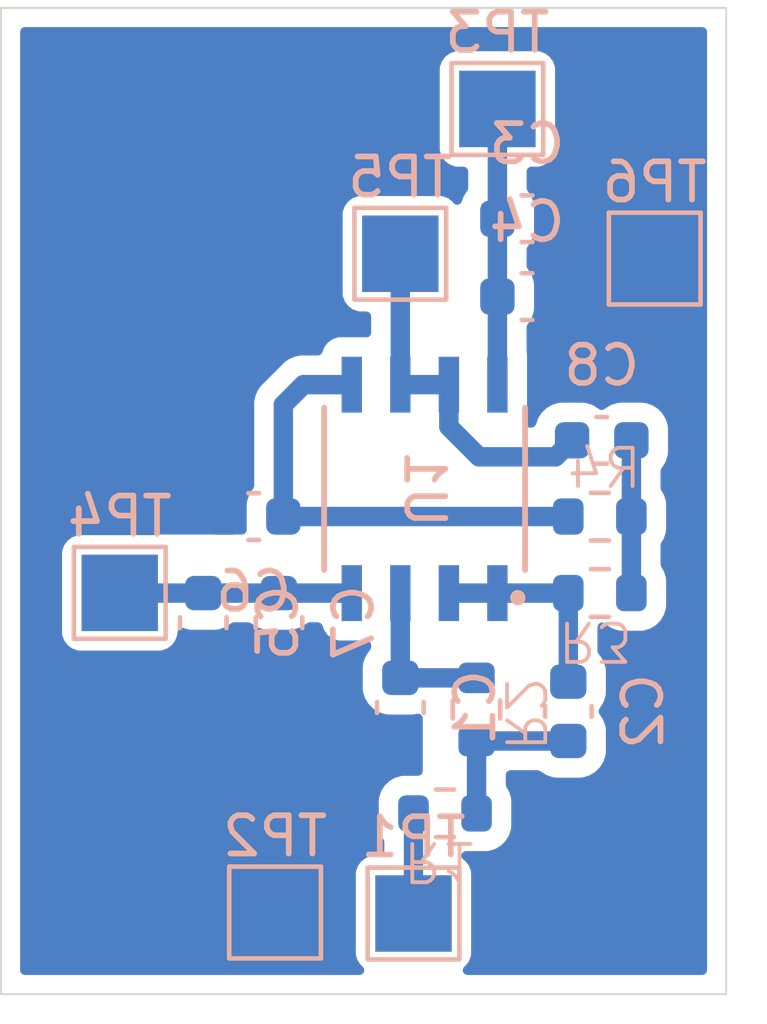
<source format=kicad_pcb>
(kicad_pcb (version 20240108) (generator "pcbnew") (generator_version "8.0")
  (layers (0 "F.Cu" signal) (31 "B.Cu" signal) (34 "B.Paste" user) (35 "F.Paste" user) (36 "B.SilkS" user "B.Silkscreen") (37 "F.SilkS" user "F.Silkscreen") (38 "B.Mask" user) (39 "F.Mask" user) (44 "Edge.Cuts" user))
  (net 0 "")
  (net 1 "GND")
  (net 2 "Net-(U1A-IN1+)")
  (net 3 "Net-(C2-Pad1)")
  (net 4 "Net-(U1A-IN1-)")
  (net 5 "+9V")
  (net 6 "-9V")
  (net 7 "Net-(U1B-IN2+)")
  (net 8 "Net-(U1B-IN2-)")
  (net 9 "Net-(C8-Pad1)")
  (net 10 "Net-(R1-Pad1)")
  (footprint "charge_battery_footprint_lib:Ceramic_Cap_0603" (layer "B.Cu") (at 128.443604 94.9198 90)
    (property "Reference" "C1" (at 0 1.9558 90) (layer "B.SilkS") (effects (justify mirror)))
    (property "Value" "100nF/16V")
    (fp_line (start 0.14058 -0.6096) (end -0.14058 -0.6096) (stroke (width 0.12)) (layer "B.SilkS"))
    (fp_line (start 0.14058 0.6096) (end -0.14058 0.6096) (stroke (width 0.12)) (layer "B.SilkS"))
    (pad "1" smd roundrect (at -0.775 0 90) (size 0.9 0.95) (layers "B.Cu" "B.Paste" "B.Mask") (net 1 "GND"))
    (pad "2" smd roundrect (at 0.775 0 90) (size 0.9 0.95) (layers "B.Cu" "B.Paste" "B.Mask") (net 2 "Net-(U1A-IN1+)"))
  )
  (footprint "charge_battery_footprint_lib:Res_0603" (layer "B.Cu") (at 128.254604 97.0788)
    (property "Reference" "R1" (at 1.24 1.8646 180) (layer "B.SilkS") (effects (font (thickness 0.1)) (justify mirror)))
    (property "Value" "27K/1%/1_10W" (hide yes))
    (fp_line (start 1.596058 -0.015) (end 1.121542 -0.015) (stroke (width 0.12)) (layer "B.SilkS"))
    (fp_line (start 1.596058 1.2296) (end 1.121542 1.2296) (stroke (width 0.12)) (layer "B.SilkS"))
    (pad "1" smd roundrect (at 0.5338 0.6096) (size 0.8 0.95) (layers "B.Cu" "B.Paste" "B.Mask") (net 10 "Net-(R1-Pad1)"))
    (pad "2" smd roundrect (at 2.1838 0.6096) (size 0.8 0.95) (layers "B.Cu" "B.Paste" "B.Mask") (net 3 "Net-(C2-Pad1)"))
  )
  (footprint "charge_battery_footprint_lib:Ceramic_Cap_0603" (layer "B.Cu") (at 125.268604 92.70395 90)
    (property "Reference" "C7" (at 0 1.9558 90) (layer "B.SilkS") (effects (justify mirror)))
    (property "Value" "100nF/16V")
    (fp_line (start 0.14058 -0.6096) (end -0.14058 -0.6096) (stroke (width 0.12)) (layer "B.SilkS"))
    (fp_line (start 0.14058 0.6096) (end -0.14058 0.6096) (stroke (width 0.12)) (layer "B.SilkS"))
    (pad "1" smd roundrect (at -0.775 0 90) (size 0.9 0.95) (layers "B.Cu" "B.Paste" "B.Mask") (net 1 "GND"))
    (pad "2" smd roundrect (at 0.775 0 90) (size 0.9 0.95) (layers "B.Cu" "B.Paste" "B.Mask") (net 6 "-9V"))
  )
  (footprint "TestPoint:TestPoint_Pad_2.0x2.0mm" (layer "B.Cu") (at 128.443604 83.058 180)
    (property "Reference" "TP5" (at 0 1.998 0) (layer "B.SilkS") (effects (justify mirror)))
    (property "Value" "VOUT")
    (fp_line (start 1.2 1.2) (end -1.2 1.2) (stroke (width 0.12)) (layer "B.SilkS"))
    (fp_line (start 1.2 -1.2) (end 1.2 1.2) (stroke (width 0.12)) (layer "B.SilkS"))
    (fp_line (start -1.2 1.2) (end -1.2 -1.2) (stroke (width 0.12)) (layer "B.SilkS"))
    (fp_line (start -1.2 -1.2) (end 1.2 -1.2) (stroke (width 0.12)) (layer "B.SilkS"))
    (pad "1" smd rect (at 0 0 180) (size 2 2) (layers "B.Cu" "B.Mask") (net 8 "Net-(U1B-IN2-)"))
  )
  (footprint "charge_battery_footprint_lib:Ceramic_Cap_0603" (layer "B.Cu") (at 124.608204 89.9278)
    (property "Reference" "C6" (at 0 1.9558 0) (layer "B.SilkS") (effects (justify mirror)))
    (property "Value" "100nF/16V")
    (fp_line (start 0.14058 -0.6096) (end -0.14058 -0.6096) (stroke (width 0.12)) (layer "B.SilkS"))
    (fp_line (start 0.14058 0.6096) (end -0.14058 0.6096) (stroke (width 0.12)) (layer "B.SilkS"))
    (pad "1" smd roundrect (at -0.775 0) (size 0.9 0.95) (layers "B.Cu" "B.Paste" "B.Mask") (net 1 "GND"))
    (pad "2" smd roundrect (at 0.775 0) (size 0.9 0.95) (layers "B.Cu" "B.Paste" "B.Mask") (net 7 "Net-(U1B-IN2+)"))
  )
  (footprint "charge_battery_footprint_lib:Res_0603" (layer "B.Cu") (at 135.022204 90.5374 180)
    (property "Reference" "R4" (at 1.24 1.8646 0) (layer "B.SilkS") (effects (font (thickness 0.1)) (justify mirror)))
    (property "Value" "27K/1%/1_10W" (hide yes))
    (fp_line (start 1.596058 1.2296) (end 1.121542 1.2296) (stroke (width 0.12)) (layer "B.SilkS"))
    (fp_line (start 1.596058 -0.015) (end 1.121542 -0.015) (stroke (width 0.12)) (layer "B.SilkS"))
    (pad "1" smd roundrect (at 0.5338 0.6096 180) (size 0.8 0.95) (layers "B.Cu" "B.Paste" "B.Mask") (net 9 "Net-(C8-Pad1)"))
    (pad "2" smd roundrect (at 2.1838 0.6096 180) (size 0.8 0.95) (layers "B.Cu" "B.Paste" "B.Mask") (net 7 "Net-(U1B-IN2+)"))
  )
  (footprint "TestPoint:TestPoint_Pad_2.0x2.0mm" (layer "B.Cu") (at 130.983604 79.2734 180)
    (property "Reference" "TP3" (at 0 1.998 0) (layer "B.SilkS") (effects (justify mirror)))
    (property "Value" "+9V")
    (fp_line (start 1.2 1.2) (end -1.2 1.2) (stroke (width 0.12)) (layer "B.SilkS"))
    (fp_line (start 1.2 -1.2) (end 1.2 1.2) (stroke (width 0.12)) (layer "B.SilkS"))
    (fp_line (start -1.2 1.2) (end -1.2 -1.2) (stroke (width 0.12)) (layer "B.SilkS"))
    (fp_line (start -1.2 -1.2) (end 1.2 -1.2) (stroke (width 0.12)) (layer "B.SilkS"))
    (pad "1" smd rect (at 0 0 180) (size 2 2) (layers "B.Cu" "B.Mask") (net 5 "+9V"))
  )
  (footprint "charge_battery_footprint_lib:Ceramic_Cap_0603" (layer "B.Cu") (at 131.758604 84.178 180)
    (property "Reference" "C4" (at 0 1.9558 0) (layer "B.SilkS") (effects (justify mirror)))
    (property "Value" "100nF/16V")
    (fp_line (start 0.14058 0.6096) (end -0.14058 0.6096) (stroke (width 0.12)) (layer "B.SilkS"))
    (fp_line (start 0.14058 -0.6096) (end -0.14058 -0.6096) (stroke (width 0.12)) (layer "B.SilkS"))
    (pad "1" smd roundrect (at -0.775 0 180) (size 0.9 0.95) (layers "B.Cu" "B.Paste" "B.Mask") (net 1 "GND"))
    (pad "2" smd roundrect (at 0.775 0 180) (size 0.9 0.95) (layers "B.Cu" "B.Paste" "B.Mask") (net 5 "+9V"))
  )
  (footprint "charge_battery_footprint_lib:SOIC-8" (layer "B.Cu") (at 129.078604 89.2048 90)
    (property "Reference" "U1" (at 0 0 -90) (layer "B.SilkS") (effects (justify mirror)))
    (property "Value" "TL072IDT")
    (fp_line (start 2.1209 -2.6289) (end -2.1209 -2.6289) (stroke (width 0.1524)) (layer "B.SilkS"))
    (fp_line (start -2.1209 2.6289) (end 2.1209 2.6289) (stroke (width 0.1524)) (layer "B.SilkS"))
    (fp_circle (center -2.8448 2.4384) (end -2.7448 2.4384) (stroke (width 0.2)) (fill none) (layer "B.SilkS"))
    (pad "1" smd rect (at -2.72415 1.905 90) (size 1.4605 0.5334) (layers "B.Cu" "B.Paste" "B.Mask") (net 4 "Net-(U1A-IN1-)"))
    (pad "2" smd rect (at -2.72415 0.635 90) (size 1.4605 0.5334) (layers "B.Cu" "B.Paste" "B.Mask") (net 4 "Net-(U1A-IN1-)"))
    (pad "3" smd rect (at -2.72415 -0.635 90) (size 1.4605 0.5334) (layers "B.Cu" "B.Paste" "B.Mask") (net 2 "Net-(U1A-IN1+)"))
    (pad "4" smd rect (at -2.72415 -1.905 90) (size 1.4605 0.5334) (layers "B.Cu" "B.Paste" "B.Mask") (net 6 "-9V"))
    (pad "5" smd rect (at 2.72415 -1.905 90) (size 1.4605 0.5334) (layers "B.Cu" "B.Paste" "B.Mask") (net 7 "Net-(U1B-IN2+)"))
    (pad "6" smd rect (at 2.72415 -0.635 90) (size 1.4605 0.5334) (layers "B.Cu" "B.Paste" "B.Mask") (net 8 "Net-(U1B-IN2-)"))
    (pad "7" smd rect (at 2.72415 0.635 90) (size 1.4605 0.5334) (layers "B.Cu" "B.Paste" "B.Mask") (net 8 "Net-(U1B-IN2-)"))
    (pad "8" smd rect (at 2.72415 1.905 90) (size 1.4605 0.5334) (layers "B.Cu" "B.Paste" "B.Mask") (net 5 "+9V"))
  )
  (footprint "charge_battery_footprint_lib:Ceramic_Cap_0603" (layer "B.Cu") (at 133.713404 87.9348 180)
    (property "Reference" "C8" (at 0 1.9558 0) (layer "B.SilkS") (effects (justify mirror)))
    (property "Value" "100nF/16V")
    (fp_line (start 0.14058 0.6096) (end -0.14058 0.6096) (stroke (width 0.12)) (layer "B.SilkS"))
    (fp_line (start 0.14058 -0.6096) (end -0.14058 -0.6096) (stroke (width 0.12)) (layer "B.SilkS"))
    (pad "1" smd roundrect (at -0.775 0 180) (size 0.9 0.95) (layers "B.Cu" "B.Paste" "B.Mask") (net 9 "Net-(C8-Pad1)"))
    (pad "2" smd roundrect (at 0.775 0 180) (size 0.9 0.95) (layers "B.Cu" "B.Paste" "B.Mask") (net 8 "Net-(U1B-IN2-)"))
  )
  (footprint "charge_battery_footprint_lib:Ceramic_Cap_0603" (layer "B.Cu") (at 132.838404 95.0198 90)
    (property "Reference" "C2" (at 0 1.9558 90) (layer "B.SilkS") (effects (justify mirror)))
    (property "Value" "100nF/16V")
    (fp_line (start 0.14058 -0.6096) (end -0.14058 -0.6096) (stroke (width 0.12)) (layer "B.SilkS"))
    (fp_line (start 0.14058 0.6096) (end -0.14058 0.6096) (stroke (width 0.12)) (layer "B.SilkS"))
    (pad "1" smd roundrect (at -0.775 0 90) (size 0.9 0.95) (layers "B.Cu" "B.Paste" "B.Mask") (net 3 "Net-(C2-Pad1)"))
    (pad "2" smd roundrect (at 0.775 0 90) (size 0.9 0.95) (layers "B.Cu" "B.Paste" "B.Mask") (net 4 "Net-(U1A-IN1-)"))
  )
  (footprint "charge_battery_footprint_lib:Res_0603" (layer "B.Cu") (at 129.828804 96.3286 90)
    (property "Reference" "R2" (at 1.24 1.8646 -90) (layer "B.SilkS") (effects (font (thickness 0.1)) (justify mirror)))
    (property "Value" "27K/1%/1_10W" (hide yes))
    (fp_line (start 1.596058 -0.015) (end 1.121542 -0.015) (stroke (width 0.12)) (layer "B.SilkS"))
    (fp_line (start 1.596058 1.2296) (end 1.121542 1.2296) (stroke (width 0.12)) (layer "B.SilkS"))
    (pad "1" smd roundrect (at 0.5338 0.6096 90) (size 0.8 0.95) (layers "B.Cu" "B.Paste" "B.Mask") (net 3 "Net-(C2-Pad1)"))
    (pad "2" smd roundrect (at 2.1838 0.6096 90) (size 0.8 0.95) (layers "B.Cu" "B.Paste" "B.Mask") (net 2 "Net-(U1A-IN1+)"))
  )
  (footprint "TestPoint:TestPoint_Pad_2.0x2.0mm" (layer "B.Cu") (at 125.167004 100.2792 180)
    (property "Reference" "TP2" (at 0 1.998 0) (layer "B.SilkS") (effects (justify mirror)))
    (property "Value" "GND")
    (fp_line (start 1.2 1.2) (end -1.2 1.2) (stroke (width 0.12)) (layer "B.SilkS"))
    (fp_line (start 1.2 -1.2) (end 1.2 1.2) (stroke (width 0.12)) (layer "B.SilkS"))
    (fp_line (start -1.2 1.2) (end -1.2 -1.2) (stroke (width 0.12)) (layer "B.SilkS"))
    (fp_line (start -1.2 -1.2) (end 1.2 -1.2) (stroke (width 0.12)) (layer "B.SilkS"))
    (pad "1" smd rect (at 0 0 180) (size 2 2) (layers "B.Cu" "B.Mask") (net 1 "GND"))
  )
  (footprint "TestPoint:TestPoint_Pad_2.0x2.0mm" (layer "B.Cu") (at 121.103004 91.9226 180)
    (property "Reference" "TP4" (at 0 1.998 0) (layer "B.SilkS") (effects (justify mirror)))
    (property "Value" "-9V")
    (fp_line (start 1.2 1.2) (end -1.2 1.2) (stroke (width 0.12)) (layer "B.SilkS"))
    (fp_line (start 1.2 -1.2) (end 1.2 1.2) (stroke (width 0.12)) (layer "B.SilkS"))
    (fp_line (start -1.2 1.2) (end -1.2 -1.2) (stroke (width 0.12)) (layer "B.SilkS"))
    (fp_line (start -1.2 -1.2) (end 1.2 -1.2) (stroke (width 0.12)) (layer "B.SilkS"))
    (pad "1" smd rect (at 0 0 180) (size 2 2) (layers "B.Cu" "B.Mask") (net 6 "-9V"))
  )
  (footprint "charge_battery_footprint_lib:Ceramic_Cap_0603" (layer "B.Cu") (at 131.758604 82.1436 180)
    (property "Reference" "C3" (at 0 1.9558 0) (layer "B.SilkS") (effects (justify mirror)))
    (property "Value" "10uF/16V")
    (fp_line (start 0.14058 0.6096) (end -0.14058 0.6096) (stroke (width 0.12)) (layer "B.SilkS"))
    (fp_line (start 0.14058 -0.6096) (end -0.14058 -0.6096) (stroke (width 0.12)) (layer "B.SilkS"))
    (pad "1" smd roundrect (at -0.775 0 180) (size 0.9 0.95) (layers "B.Cu" "B.Paste" "B.Mask") (net 1 "GND"))
    (pad "2" smd roundrect (at 0.775 0 180) (size 0.9 0.95) (layers "B.Cu" "B.Paste" "B.Mask") (net 5 "+9V"))
  )
  (footprint "TestPoint:TestPoint_Pad_2.0x2.0mm" (layer "B.Cu") (at 128.788404 100.3046 180)
    (property "Reference" "TP1" (at 0 1.998 0) (layer "B.SilkS") (effects (justify mirror)))
    (property "Value" "VIN")
    (fp_line (start 1.2 1.2) (end -1.2 1.2) (stroke (width 0.12)) (layer "B.SilkS"))
    (fp_line (start 1.2 -1.2) (end 1.2 1.2) (stroke (width 0.12)) (layer "B.SilkS"))
    (fp_line (start -1.2 1.2) (end -1.2 -1.2) (stroke (width 0.12)) (layer "B.SilkS"))
    (fp_line (start -1.2 -1.2) (end 1.2 -1.2) (stroke (width 0.12)) (layer "B.SilkS"))
    (pad "1" smd rect (at 0 0 180) (size 2 2) (layers "B.Cu" "B.Mask") (net 10 "Net-(R1-Pad1)"))
  )
  (footprint "charge_battery_footprint_lib:Ceramic_Cap_0603" (layer "B.Cu") (at 123.287404 92.70395 90)
    (property "Reference" "C5" (at 0 1.9558 90) (layer "B.SilkS") (effects (justify mirror)))
    (property "Value" "10uF/16V")
    (fp_line (start 0.14058 -0.6096) (end -0.14058 -0.6096) (stroke (width 0.12)) (layer "B.SilkS"))
    (fp_line (start 0.14058 0.6096) (end -0.14058 0.6096) (stroke (width 0.12)) (layer "B.SilkS"))
    (pad "1" smd roundrect (at -0.775 0 90) (size 0.9 0.95) (layers "B.Cu" "B.Paste" "B.Mask") (net 1 "GND"))
    (pad "2" smd roundrect (at 0.775 0 90) (size 0.9 0.95) (layers "B.Cu" "B.Paste" "B.Mask") (net 6 "-9V"))
  )
  (footprint "charge_battery_footprint_lib:Res_0603" (layer "B.Cu") (at 132.304604 91.31935)
    (property "Reference" "R3" (at 1.24 1.8646 180) (layer "B.SilkS") (effects (font (thickness 0.1)) (justify mirror)))
    (property "Value" "27K/1%/1_10W" (hide yes))
    (fp_line (start 1.596058 -0.015) (end 1.121542 -0.015) (stroke (width 0.12)) (layer "B.SilkS"))
    (fp_line (start 1.596058 1.2296) (end 1.121542 1.2296) (stroke (width 0.12)) (layer "B.SilkS"))
    (pad "1" smd roundrect (at 0.5338 0.6096) (size 0.8 0.95) (layers "B.Cu" "B.Paste" "B.Mask") (net 4 "Net-(U1A-IN1-)"))
    (pad "2" smd roundrect (at 2.1838 0.6096) (size 0.8 0.95) (layers "B.Cu" "B.Paste" "B.Mask") (net 9 "Net-(C8-Pad1)"))
  )
  (footprint "TestPoint:TestPoint_Pad_2.0x2.0mm" (layer "B.Cu") (at 135.098404 83.185 180)
    (property "Reference" "TP6" (at 0 1.998 0) (layer "B.SilkS") (effects (justify mirror)))
    (property "Value" "GND")
    (fp_line (start 1.2 1.2) (end -1.2 1.2) (stroke (width 0.12)) (layer "B.SilkS"))
    (fp_line (start 1.2 -1.2) (end 1.2 1.2) (stroke (width 0.12)) (layer "B.SilkS"))
    (fp_line (start -1.2 1.2) (end -1.2 -1.2) (stroke (width 0.12)) (layer "B.SilkS"))
    (fp_line (start -1.2 -1.2) (end 1.2 -1.2) (stroke (width 0.12)) (layer "B.SilkS"))
    (pad "1" smd rect (at 0 0 180) (size 2 2) (layers "B.Cu" "B.Mask") (net 1 "GND"))
  )
  (gr_rect (start 117.9957 76.6318) (end 136.9695 102.4128) (stroke (width 0.05)) (fill none) (layer "Edge.Cuts"))
  (segment (start 128.443604 94.1448) (end 128.443604 91.92895) (width 0.508) (layer "B.Cu") (net 2))
  (segment (start 130.438404 94.1448) (end 128.443604 94.1448) (width 0.508) (layer "B.Cu") (net 2))
  (segment (start 130.438404 95.7948) (end 132.838404 95.7948) (width 0.508) (layer "B.Cu") (net 3))
  (segment (start 130.438404 97.6884) (end 130.438404 95.7948) (width 0.508) (layer "B.Cu") (net 3))
  (segment (start 129.713604 91.92895) (end 130.983604 91.92895) (width 0.508) (layer "B.Cu") (net 4))
  (segment (start 132.838404 91.92895) (end 130.983604 91.92895) (width 0.508) (layer "B.Cu") (net 4))
  (segment (start 132.838404 94.1702) (end 132.838404 91.92895) (width 0.508) (layer "B.Cu") (net 4))
  (segment (start 130.983604 82.1436) (end 130.983604 79.2734) (width 0.508) (layer "B.Cu") (net 5))
  (segment (start 130.983604 86.48065) (end 130.983604 84.178) (width 0.508) (layer "B.Cu") (net 5))
  (segment (start 130.983604 84.178) (end 130.983604 82.1436) (width 0.508) (layer "B.Cu") (net 5))
  (segment (start 121.109354 91.92895) (end 121.103004 91.9226) (width 0.508) (layer "B.Cu") (net 6))
  (segment (start 123.287404 91.92895) (end 121.109354 91.92895) (width 0.508) (layer "B.Cu") (net 6))
  (segment (start 127.173604 91.92895) (end 125.268604 91.92895) (width 0.508) (layer "B.Cu") (net 6))
  (segment (start 125.268604 91.92895) (end 123.287404 91.92895) (width 0.508) (layer "B.Cu") (net 6))
  (segment (start 125.383204 87.0074) (end 125.909954 86.48065) (width 0.508) (layer "B.Cu") (net 7))
  (segment (start 125.383204 89.9278) (end 125.383204 87.0074) (width 0.508) (layer "B.Cu") (net 7))
  (segment (start 125.909954 86.48065) (end 127.173604 86.48065) (width 0.508) (layer "B.Cu") (net 7))
  (segment (start 132.838404 89.9278) (end 125.383204 89.9278) (width 0.508) (layer "B.Cu") (net 7))
  (segment (start 132.938404 87.9348) (end 132.506604 88.3666) (width 0.508) (layer "B.Cu") (net 8))
  (segment (start 129.713604 87.5792) (end 129.713604 86.48065) (width 0.508) (layer "B.Cu") (net 8))
  (segment (start 128.443604 83.058) (end 128.443604 86.48065) (width 0.508) (layer "B.Cu") (net 8))
  (segment (start 129.713604 86.48065) (end 128.443604 86.48065) (width 0.508) (layer "B.Cu") (net 8))
  (segment (start 132.506604 88.3666) (end 130.501004 88.3666) (width 0.508) (layer "B.Cu") (net 8))
  (segment (start 130.501004 88.3666) (end 129.713604 87.5792) (width 0.508) (layer "B.Cu") (net 8))
  (segment (start 134.488404 91.92895) (end 134.488404 87.9348) (width 0.508) (layer "B.Cu") (net 9))
  (segment (start 128.788404 100.3046) (end 128.788404 97.6884) (width 0.508) (layer "B.Cu") (net 10))
  (zone (net 1) (net_name "GND") (layer "B.Cu") (connect_pads yes (clearance 0.5)) (min_thickness 0.25) (fill yes (thermal_gap 0.5) (thermal_bridge_width 0.5))
    (polygon (pts (xy 136.9568 102.4128) (xy 118.0084 102.4128) (xy 118.0084 76.6318) (xy 136.9568 76.6318)))
    (polygon (pts (xy 129.1336 94.6658) (xy 129.032 94.7674) (xy 129.032 96.8502) (xy 129.1844 97.0026) (xy 129.6924 97.0026) (xy 129.7686 96.9264) (xy 129.7686 94.7674) (xy 129.667 94.6658)))
    (polygon (pts (xy 122.047 90.424) (xy 122.047 91.0844) (xy 122.2502 91.2876) (xy 124.9172 91.2876) (xy 124.9172 90.6018) (xy 124.714 90.3986) (xy 122.0724 90.3986)))
  )
)
</source>
